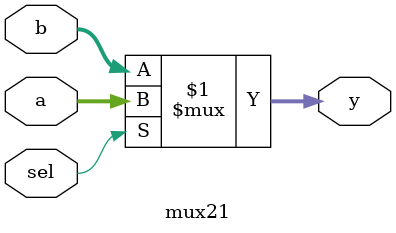
<source format=sv>
module mux21(input logic [7:0] a,b,
             input logic sel,
             output logic [7:0] y);
  
  assign y = sel ? a : b;
endmodule

</source>
